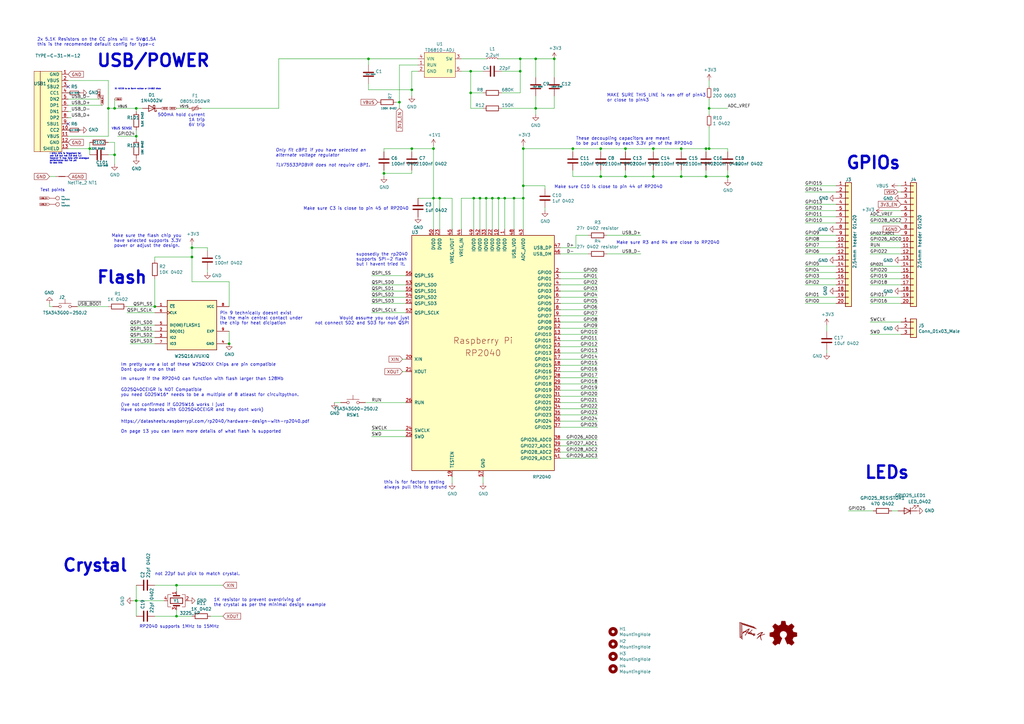
<source format=kicad_sch>
(kicad_sch (version 20211123) (generator eeschema)
  (paper "A3")
  (title_block (title "Raspberry Pi Pico Clone") (date "2020-12-18") (rev "REV1") (company "Envious.Design"))
  (junction (at 151.13 24.13))
  (junction (at 256.54 72.39))
  (junction (at 201.93 81.28))
  (junction (at 44.45 44.45))
  (junction (at 267.97 60.96))
  (junction (at 46.99 44.45))
  (junction (at 298.45 72.39))
  (junction (at 210.82 81.28))
  (junction (at 204.47 81.28))
  (junction (at 227.33 24.13))
  (junction (at 180.34 81.28))
  (junction (at 219.71 24.13))
  (junction (at 72.39 240.03))
  (junction (at 46.99 63.5))
  (junction (at 207.01 81.28))
  (junction (at 256.54 60.96))
  (junction (at 93.98 140.97))
  (junction (at 177.8 60.96))
  (junction (at 194.31 81.28))
  (junction (at 55.88 55.88))
  (junction (at 289.56 72.39))
  (junction (at 177.8 81.28))
  (junction (at 78.74 105.41))
  (junction (at 279.4 72.39))
  (junction (at 196.85 81.28))
  (junction (at 193.04 29.21))
  (junction (at 214.63 60.96))
  (junction (at 157.48 71.12))
  (junction (at 219.71 44.45))
  (junction (at 213.36 24.13))
  (junction (at 246.38 60.96))
  (junction (at 55.88 246.38))
  (junction (at 246.38 72.39))
  (junction (at 163.83 41.91))
  (junction (at 267.97 72.39))
  (junction (at 55.88 44.45))
  (junction (at 290.83 60.96))
  (junction (at 168.91 36.83))
  (junction (at 290.83 44.45))
  (junction (at 214.63 81.28))
  (junction (at 289.56 60.96))
  (junction (at 214.63 76.2))
  (junction (at 168.91 60.96))
  (junction (at 199.39 81.28))
  (junction (at 72.39 252.73))
  (junction (at 213.36 29.21))
  (junction (at 193.04 38.1))
  (junction (at 36.83 60.96))
  (junction (at 279.4 60.96))
  (junction (at 63.5 125.73))
  (junction (at 78.74 101.6))
  (junction (at 234.95 60.96))
  (no_connect (at 27.94 50.8))
  (no_connect (at 27.94 35.56))
  (wire (pts (xy 177.8 81.28) (xy 171.45 81.28)))
  (wire (pts (xy 342.9 86.36) (xy 330.2 86.36)))
  (wire (pts (xy 55.88 55.88) (xy 55.88 57.15)))
  (wire (pts (xy 27.94 43.18) (xy 41.91 43.18)))
  (wire (pts (xy 342.9 76.2) (xy 330.2 76.2)))
  (wire (pts (xy 55.88 246.38) (xy 54.61 246.38)))
  (wire (pts (xy 214.63 81.28) (xy 214.63 93.98)))
  (wire (pts (xy 358.14 209.55) (xy 347.98 209.55)))
  (wire (pts (xy 290.83 60.96) (xy 290.83 52.07)))
  (wire (pts (xy 44.45 55.88) (xy 27.94 55.88)))
  (wire (pts (xy 213.36 24.13) (xy 219.71 24.13)))
  (wire (pts (xy 93.98 125.73) (xy 93.98 115.57)))
  (wire (pts (xy 369.57 91.44) (xy 356.87 91.44)))
  (wire (pts (xy 163.83 41.91) (xy 163.83 26.67)))
  (wire (pts (xy 229.87 121.92) (xy 245.11 121.92)))
  (wire (pts (xy 21.59 125.73) (xy 20.32 125.73)))
  (wire (pts (xy 330.2 109.22) (xy 342.9 109.22)))
  (wire (pts (xy 72.39 240.03) (xy 91.44 240.03)))
  (wire (pts (xy 229.87 187.96) (xy 245.11 187.96)))
  (wire (pts (xy 369.57 78.74) (xy 368.3 78.74)))
  (wire (pts (xy 78.74 105.41) (xy 78.74 115.57)))
  (wire (pts (xy 78.74 115.57) (xy 93.98 115.57)))
  (wire (pts (xy 157.48 71.12) (xy 168.91 71.12)))
  (wire (pts (xy 214.63 60.96) (xy 214.63 76.2)))
  (wire (pts (xy 279.4 62.23) (xy 279.4 60.96)))
  (wire (pts (xy 229.87 167.64) (xy 245.11 167.64)))
  (wire (pts (xy 157.48 71.12) (xy 157.48 72.39)))
  (wire (pts (xy 236.22 96.52) (xy 236.22 101.6)))
  (wire (pts (xy 185.42 195.58) (xy 185.42 198.12)))
  (wire (pts (xy 267.97 60.96) (xy 279.4 60.96)))
  (wire (pts (xy 93.98 140.97) (xy 93.98 135.89)))
  (wire (pts (xy 342.9 88.9) (xy 330.2 88.9)))
  (wire (pts (xy 342.9 96.52) (xy 330.2 96.52)))
  (wire (pts (xy 22.86 72.39) (xy 20.32 72.39)))
  (wire (pts (xy 185.42 93.98) (xy 185.42 81.28)))
  (wire (pts (xy 236.22 96.52) (xy 241.3 96.52)))
  (wire (pts (xy 44.45 44.45) (xy 44.45 55.88)))
  (wire (pts (xy 166.37 179.07) (xy 152.4 179.07)))
  (wire (pts (xy 185.42 81.28) (xy 180.34 81.28)))
  (wire (pts (xy 342.9 99.06) (xy 330.2 99.06)))
  (wire (pts (xy 165.1 147.32) (xy 166.37 147.32)))
  (wire (pts (xy 213.36 38.1) (xy 205.74 38.1)))
  (wire (pts (xy 330.2 91.44) (xy 342.9 91.44)))
  (wire (pts (xy 166.37 128.27) (xy 152.4 128.27)))
  (wire (pts (xy 289.56 60.96) (xy 290.83 60.96)))
  (wire (pts (xy 82.55 44.45) (xy 114.3 44.45)))
  (wire (pts (xy 27.94 40.64) (xy 40.64 40.64)))
  (wire (pts (xy 36.83 60.96) (xy 36.83 58.42)))
  (wire (pts (xy 152.4 121.92) (xy 166.37 121.92)))
  (wire (pts (xy 279.4 60.96) (xy 289.56 60.96)))
  (wire (pts (xy 342.9 83.82) (xy 330.2 83.82)))
  (wire (pts (xy 52.07 125.73) (xy 63.5 125.73)))
  (wire (pts (xy 189.23 29.21) (xy 193.04 29.21)))
  (wire (pts (xy 229.87 104.14) (xy 241.3 104.14)))
  (wire (pts (xy 171.45 29.21) (xy 168.91 29.21)))
  (wire (pts (xy 229.87 147.32) (xy 245.11 147.32)))
  (wire (pts (xy 205.74 29.21) (xy 213.36 29.21)))
  (wire (pts (xy 223.52 85.09) (xy 223.52 86.36)))
  (wire (pts (xy 342.9 121.92) (xy 330.2 121.92)))
  (wire (pts (xy 213.36 24.13) (xy 213.36 29.21)))
  (wire (pts (xy 189.23 81.28) (xy 194.31 81.28)))
  (wire (pts (xy 356.87 137.16) (xy 369.57 137.16)))
  (wire (pts (xy 227.33 24.13) (xy 227.33 31.75)))
  (wire (pts (xy 214.63 76.2) (xy 223.52 76.2)))
  (wire (pts (xy 365.76 209.55) (xy 368.3 209.55)))
  (wire (pts (xy 194.31 93.98) (xy 194.31 81.28)))
  (wire (pts (xy 63.5 114.3) (xy 63.5 125.73)))
  (wire (pts (xy 55.88 252.73) (xy 55.88 246.38)))
  (wire (pts (xy 369.57 99.06) (xy 356.87 99.06)))
  (wire (pts (xy 342.9 124.46) (xy 330.2 124.46)))
  (wire (pts (xy 229.87 139.7) (xy 245.11 139.7)))
  (wire (pts (xy 342.9 111.76) (xy 330.2 111.76)))
  (wire (pts (xy 246.38 72.39) (xy 256.54 72.39)))
  (wire (pts (xy 27.94 60.96) (xy 36.83 60.96)))
  (wire (pts (xy 356.87 101.6) (xy 369.57 101.6)))
  (wire (pts (xy 152.4 116.84) (xy 166.37 116.84)))
  (wire (pts (xy 256.54 69.85) (xy 256.54 72.39)))
  (wire (pts (xy 229.87 162.56) (xy 245.11 162.56)))
  (wire (pts (xy 55.88 44.45) (xy 55.88 45.72)))
  (wire (pts (xy 157.48 69.85) (xy 157.48 71.12)))
  (wire (pts (xy 114.3 44.45) (xy 114.3 24.13)))
  (wire (pts (xy 330.2 104.14) (xy 342.9 104.14)))
  (wire (pts (xy 369.57 114.3) (xy 356.87 114.3)))
  (wire (pts (xy 46.99 58.42) (xy 46.99 63.5)))
  (wire (pts (xy 78.74 100.33) (xy 78.74 101.6)))
  (wire (pts (xy 248.92 96.52) (xy 262.89 96.52)))
  (wire (pts (xy 168.91 29.21) (xy 168.91 36.83)))
  (wire (pts (xy 229.87 129.54) (xy 245.11 129.54)))
  (wire (pts (xy 246.38 62.23) (xy 246.38 60.96)))
  (wire (pts (xy 63.5 106.68) (xy 63.5 105.41)))
  (wire (pts (xy 289.56 60.96) (xy 289.56 62.23)))
  (wire (pts (xy 194.31 81.28) (xy 196.85 81.28)))
  (wire (pts (xy 151.13 24.13) (xy 151.13 26.67)))
  (wire (pts (xy 151.13 36.83) (xy 151.13 34.29)))
  (wire (pts (xy 27.94 45.72) (xy 29.21 45.72)))
  (wire (pts (xy 177.8 60.96) (xy 177.8 81.28)))
  (wire (pts (xy 229.87 134.62) (xy 245.11 134.62)))
  (wire (pts (xy 201.93 93.98) (xy 201.93 81.28)))
  (wire (pts (xy 189.23 93.98) (xy 189.23 81.28)))
  (wire (pts (xy 157.48 60.96) (xy 168.91 60.96)))
  (wire (pts (xy 234.95 60.96) (xy 246.38 60.96)))
  (wire (pts (xy 246.38 60.96) (xy 256.54 60.96)))
  (wire (pts (xy 163.83 41.91) (xy 163.83 44.45)))
  (wire (pts (xy 193.04 44.45) (xy 198.12 44.45)))
  (wire (pts (xy 162.56 41.91) (xy 163.83 41.91)))
  (wire (pts (xy 180.34 81.28) (xy 177.8 81.28)))
  (wire (pts (xy 229.87 111.76) (xy 245.11 111.76)))
  (wire (pts (xy 229.87 182.88) (xy 245.11 182.88)))
  (wire (pts (xy 267.97 62.23) (xy 267.97 60.96)))
  (wire (pts (xy 78.74 101.6) (xy 78.74 105.41)))
  (wire (pts (xy 246.38 72.39) (xy 246.38 69.85)))
  (wire (pts (xy 229.87 144.78) (xy 245.11 144.78)))
  (wire (pts (xy 267.97 72.39) (xy 256.54 72.39)))
  (wire (pts (xy 369.57 111.76) (xy 356.87 111.76)))
  (wire (pts (xy 210.82 93.98) (xy 210.82 81.28)))
  (wire (pts (xy 369.57 109.22) (xy 356.87 109.22)))
  (wire (pts (xy 168.91 60.96) (xy 177.8 60.96)))
  (wire (pts (xy 234.95 69.85) (xy 234.95 72.39)))
  (wire (pts (xy 219.71 24.13) (xy 219.71 31.75)))
  (wire (pts (xy 63.5 240.03) (xy 72.39 240.03)))
  (wire (pts (xy 214.63 60.96) (xy 234.95 60.96)))
  (wire (pts (xy 234.95 62.23) (xy 234.95 60.96)))
  (wire (pts (xy 193.04 38.1) (xy 198.12 38.1)))
  (wire (pts (xy 267.97 69.85) (xy 267.97 72.39)))
  (wire (pts (xy 229.87 124.46) (xy 245.11 124.46)))
  (wire (pts (xy 229.87 154.94) (xy 245.11 154.94)))
  (wire (pts (xy 229.87 132.08) (xy 245.11 132.08)))
  (wire (pts (xy 27.94 48.26) (xy 29.21 48.26)))
  (wire (pts (xy 339.09 133.35) (xy 339.09 135.89)))
  (wire (pts (xy 229.87 185.42) (xy 245.11 185.42)))
  (wire (pts (xy 168.91 36.83) (xy 168.91 39.37)))
  (wire (pts (xy 342.9 114.3) (xy 330.2 114.3)))
  (wire (pts (xy 151.13 36.83) (xy 168.91 36.83)))
  (wire (pts (xy 78.74 252.73) (xy 72.39 252.73)))
  (wire (pts (xy 46.99 44.45) (xy 55.88 44.45)))
  (wire (pts (xy 139.7 165.1) (xy 137.16 165.1)))
  (wire (pts (xy 229.87 149.86) (xy 245.11 149.86)))
  (wire (pts (xy 229.87 114.3) (xy 245.11 114.3)))
  (wire (pts (xy 27.94 33.02) (xy 44.45 33.02)))
  (wire (pts (xy 229.87 180.34) (xy 245.11 180.34)))
  (wire (pts (xy 205.74 44.45) (xy 219.71 44.45)))
  (wire (pts (xy 149.86 165.1) (xy 166.37 165.1)))
  (wire (pts (xy 229.87 152.4) (xy 245.11 152.4)))
  (wire (pts (xy 199.39 81.28) (xy 201.93 81.28)))
  (wire (pts (xy 368.3 76.2) (xy 369.57 76.2)))
  (wire (pts (xy 55.88 53.34) (xy 55.88 55.88)))
  (wire (pts (xy 207.01 81.28) (xy 210.82 81.28)))
  (wire (pts (xy 189.23 24.13) (xy 199.39 24.13)))
  (wire (pts (xy 63.5 133.35) (xy 53.34 133.35)))
  (wire (pts (xy 369.57 116.84) (xy 356.87 116.84)))
  (wire (pts (xy 199.39 93.98) (xy 199.39 81.28)))
  (wire (pts (xy 289.56 69.85) (xy 289.56 72.39)))
  (wire (pts (xy 234.95 72.39) (xy 246.38 72.39)))
  (wire (pts (xy 219.71 44.45) (xy 227.33 44.45)))
  (wire (pts (xy 36.83 60.96) (xy 36.83 63.5)))
  (wire (pts (xy 52.07 128.27) (xy 63.5 128.27)))
  (wire (pts (xy 168.91 62.23) (xy 168.91 60.96)))
  (wire (pts (xy 298.45 73.66) (xy 298.45 72.39)))
  (wire (pts (xy 342.9 101.6) (xy 330.2 101.6)))
  (wire (pts (xy 193.04 29.21) (xy 198.12 29.21)))
  (wire (pts (xy 44.45 44.45) (xy 46.99 44.45)))
  (wire (pts (xy 196.85 81.28) (xy 199.39 81.28)))
  (wire (pts (xy 204.47 24.13) (xy 213.36 24.13)))
  (wire (pts (xy 85.09 102.87) (xy 85.09 101.6)))
  (wire (pts (xy 163.83 26.67) (xy 171.45 26.67)))
  (wire (pts (xy 72.39 252.73) (xy 72.39 250.19)))
  (wire (pts (xy 229.87 142.24) (xy 245.11 142.24)))
  (wire (pts (xy 48.26 55.88) (xy 55.88 55.88)))
  (wire (pts (xy 204.47 81.28) (xy 207.01 81.28)))
  (wire (pts (xy 229.87 119.38) (xy 245.11 119.38)))
  (wire (pts (xy 219.71 24.13) (xy 227.33 24.13)))
  (wire (pts (xy 290.83 60.96) (xy 298.45 60.96)))
  (wire (pts (xy 198.12 195.58) (xy 198.12 198.12)))
  (wire (pts (xy 219.71 46.99) (xy 219.71 44.45)))
  (wire (pts (xy 44.45 125.73) (xy 31.75 125.73)))
  (wire (pts (xy 279.4 69.85) (xy 279.4 72.39)))
  (wire (pts (xy 213.36 29.21) (xy 213.36 38.1)))
  (wire (pts (xy 177.8 81.28) (xy 177.8 93.98)))
  (wire (pts (xy 223.52 77.47) (xy 223.52 76.2)))
  (wire (pts (xy 152.4 124.46) (xy 166.37 124.46)))
  (wire (pts (xy 72.39 252.73) (xy 63.5 252.73)))
  (wire (pts (xy 229.87 137.16) (xy 245.11 137.16)))
  (wire (pts (xy 44.45 58.42) (xy 46.99 58.42)))
  (wire (pts (xy 85.09 110.49) (xy 85.09 111.76)))
  (wire (pts (xy 85.09 101.6) (xy 78.74 101.6)))
  (wire (pts (xy 152.4 119.38) (xy 166.37 119.38)))
  (wire (pts (xy 193.04 29.21) (xy 193.04 38.1)))
  (wire (pts (xy 229.87 116.84) (xy 245.11 116.84)))
  (wire (pts (xy 369.57 124.46) (xy 356.87 124.46)))
  (wire (pts (xy 290.83 44.45) (xy 290.83 46.99)))
  (wire (pts (xy 229.87 170.18) (xy 245.11 170.18)))
  (wire (pts (xy 361.95 86.36) (xy 369.57 86.36)))
  (wire (pts (xy 256.54 62.23) (xy 256.54 60.96)))
  (wire (pts (xy 72.39 44.45) (xy 77.47 44.45)))
  (wire (pts (xy 369.57 88.9) (xy 356.87 88.9)))
  (wire (pts (xy 369.57 96.52) (xy 356.87 96.52)))
  (wire (pts (xy 229.87 175.26) (xy 245.11 175.26)))
  (wire (pts (xy 229.87 157.48) (xy 245.11 157.48)))
  (wire (pts (xy 166.37 113.03) (xy 152.4 113.03)))
  (wire (pts (xy 298.45 60.96) (xy 298.45 62.23)))
  (wire (pts (xy 214.63 59.69) (xy 214.63 60.96)))
  (wire (pts (xy 55.88 246.38) (xy 55.88 240.03)))
  (wire (pts (xy 290.83 33.02) (xy 290.83 35.56)))
  (wire (pts (xy 248.92 104.14) (xy 262.89 104.14)))
  (wire (pts (xy 204.47 93.98) (xy 204.47 81.28)))
  (wire (pts (xy 196.85 93.98) (xy 196.85 81.28)))
  (wire (pts (xy 177.8 59.69) (xy 177.8 60.96)))
  (wire (pts (xy 256.54 60.96) (xy 267.97 60.96)))
  (wire (pts (xy 201.93 81.28) (xy 204.47 81.28)))
  (wire (pts (xy 44.45 33.02) (xy 44.45 44.45)))
  (wire (pts (xy 55.88 246.38) (xy 67.31 246.38)))
  (wire (pts (xy 193.04 38.1) (xy 193.04 44.45)))
  (wire (pts (xy 229.87 160.02) (xy 245.11 160.02)))
  (wire (pts (xy 290.83 40.64) (xy 290.83 44.45)))
  (wire (pts (xy 63.5 138.43) (xy 53.34 138.43)))
  (wire (pts (xy 72.39 242.57) (xy 72.39 240.03)))
  (wire (pts (xy 289.56 72.39) (xy 298.45 72.39)))
  (wire (pts (xy 207.01 81.28) (xy 207.01 93.98)))
  (wire (pts (xy 157.48 62.23) (xy 157.48 60.96)))
  (wire (pts (xy 290.83 44.45) (xy 298.45 44.45)))
  (wire (pts (xy 369.57 121.92) (xy 356.87 121.92)))
  (wire (pts (xy 219.71 39.37) (xy 219.71 44.45)))
  (wire (pts (xy 289.56 72.39) (xy 279.4 72.39)))
  (wire (pts (xy 369.57 132.08) (xy 356.87 132.08)))
  (wire (pts (xy 151.13 24.13) (xy 171.45 24.13)))
  (wire (pts (xy 214.63 76.2) (xy 214.63 81.28)))
  (wire (pts (xy 55.88 44.45) (xy 58.42 44.45)))
  (wire (pts (xy 210.82 81.28) (xy 214.63 81.28)))
  (wire (pts (xy 168.91 71.12) (xy 168.91 69.85)))
  (wire (pts (xy 229.87 127) (xy 245.11 127)))
  (wire (pts (xy 166.37 176.53) (xy 152.4 176.53)))
  (wire (pts (xy 229.87 172.72) (xy 245.11 172.72)))
  (wire (pts (xy 298.45 69.85) (xy 298.45 72.39)))
  (wire (pts (xy 342.9 116.84) (xy 330.2 116.84)))
  (wire (pts (xy 114.3 24.13) (xy 151.13 24.13)))
  (wire (pts (xy 227.33 44.45) (xy 227.33 39.37)))
  (wire (pts (xy 279.4 72.39) (xy 267.97 72.39)))
  (wire (pts (xy 86.36 252.73) (xy 91.44 252.73)))
  (wire (pts (xy 20.32 125.73) (xy 20.32 124.46)))
  (wire (pts (xy 369.57 104.14) (xy 356.87 104.14)))
  (wire (pts (xy 166.37 152.4) (xy 165.1 152.4)))
  (wire (pts (xy 339.09 143.51) (xy 339.09 144.78)))
  (wire (pts (xy 63.5 140.97) (xy 53.34 140.97)))
  (wire (pts (xy 342.9 78.74) (xy 330.2 78.74)))
  (wire (pts (xy 46.99 44.45) (xy 46.99 40.64)))
  (wire (pts (xy 46.99 63.5) (xy 46.99 67.31)))
  (wire (pts (xy 229.87 101.6) (xy 236.22 101.6)))
  (wire (pts (xy 229.87 165.1) (xy 245.11 165.1)))
  (wire (pts (xy 63.5 105.41) (xy 78.74 105.41)))
  (wire (pts (xy 180.34 93.98) (xy 180.34 81.28)))
  (wire (pts (xy 53.34 135.89) (xy 63.5 135.89)))
  (wire (pts (xy 44.45 63.5) (xy 46.99 63.5)))
  (text "GPIOs" (at 346.71 69.85 0) (effects (font (size 5.0038 5.0038) (thickness 1.0008) bold) (justify left bottom)))
  (text "USB/POWER" (at 39.37 27.94 0) (effects (font (size 5.0038 5.0038) (thickness 1.0008) bold) (justify left bottom)))
  (text "GD25Q40CEIGR is NOT Compatible\nyou need GD25W16* needs to be a multiple of 8 atleast for circuitpython.\n\n(Ive not confirmed if GD25W16 works I just \nHave some boards with GD25Q40CEIGR and they dont work)" (at 49.53 168.91 0) (effects (font (size 1.27 1.27)) (justify left bottom)))
  (text "D1 NEEDS to be 0omh resistor or 1N4002 diode" (at 46.99 36.83 0) (effects (font (size 0.508 0.508)) (justify left bottom)))
  (text "https://datasheets.raspberrypi.com/rp2040/hardware-design-with-rp2040.pdf\n\nOn page 13 you can learn more details of what flash is supported\n" (at 49.53 177.8 0) (effects (font (size 1.27 1.27)) (justify left bottom)))
  (text "Only fit cBP1 if you have selected an \nalternate voltage regulator\n\nTLV75533PDBVR does not require cBP1." (at 113.03 68.58 0) (effects (font (size 1.27 1.27) italic) (justify left bottom)))
  (text "Pin 9 technically doesnt exist\nits the main central contact under\nthe chip for heat dicipation" (at 90.17 133.35 0) (effects (font (size 1.27 1.27)) (justify left bottom)))
  (text "Make sure R3 and R4 are close to RP2040" (at 252.73 100.33 0) (effects (font (size 1.27 1.27)) (justify left bottom)))
  (text "this is for factory testing\nalways pull this to ground" (at 157.48 200.66 0) (effects (font (size 1.27 1.27)) (justify left bottom)))
  (text "Im unsure if the RP2040 can function with flash larger than 128Mb" (at 49.53 156.21 0) (effects (font (size 1.27 1.27)) (justify left bottom)))
  (text "Would assume you could just\nnot connect SD2 and SD3 for non QSPI" (at 167.894 133.35 0) (effects (font (size 1.27 1.27)) (justify right bottom)))
  (text "These decoupling capacitors are meant\nto be put close by each 3.3V pin of the RP2040" (at 236.22 59.69 0) (effects (font (size 1.27 1.27)) (justify left bottom)))
  (text "Flash" (at 39.37 116.84 0) (effects (font (size 5.0038 5.0038) (thickness 1.0008) bold) (justify left bottom)))
  (text "Im pretty sure a lot of these W25QXXX Chips are pin compatible\nDont quote me on that" (at 49.53 152.4 0) (effects (font (size 1.27 1.27)) (justify left bottom)))
  (text "not 22pf but pick to match crystal." (at 63.5 236.22 0) (effects (font (size 1.27 1.27)) (justify left bottom)))
  (text "VBUS SENSE" (at 45.72 53.34 0) (effects (font (size 0.9 0.9)) (justify left bottom)))
  (text "2x 5.1K Resistors on the CC pins will = 5V@1.5A\nthis is the recomended default config for type-c" (at 15.24 19.05 0) (effects (font (size 1.27 1.27)) (justify left bottom)))
  (text "suposedly the rp2040\nsupports SPI-2 flash\nbut I havent tried it.\n" (at 146.05 109.22 0) (effects (font (size 1.27 1.27)) (justify left bottom)))
  (text "Test points" (at 16.51 78.74 0) (effects (font (size 1.1938 1.1938)) (justify left bottom)))
  (text "1K resistor to prevent overdriving of \nthe crystal as per the minimal design example" (at 87.63 248.92 0) (effects (font (size 1.27 1.27)) (justify left bottom)))
  (text "LEDs" (at 354.33 196.85 0) (effects (font (size 5.0038 5.0038) (thickness 1.0008) bold) (justify left bottom)))
  (text "RP2040 supports 1MHz to 15MHz" (at 57.15 257.81 0) (effects (font (size 1.27 1.27)) (justify left bottom)))
  (text "I think this is important for \nusb 3.0 but not 2.0 and 1.1\nhowever it may help with analogue\nperformance but ive yet\nto test this" (at 20.32 67.31 0) (effects (font (size 0.6 0.6)) (justify left bottom)))
  (text "Make sure the flash chip you\n have selected supports 3.3V\n power or adjust the design." (at 45.72 101.6 0) (effects (font (size 1.27 1.27)) (justify left bottom)))
  (text "MAKE SURE THIS LINE is ran off of pin43\nor close to pin43" (at 248.92 41.91 0) (effects (font (size 1.27 1.27)) (justify left bottom)))
  (text "Crystal" (at 25.4 234.95 0) (effects (font (size 5.0038 5.0038) (thickness 1.0008) bold) (justify left bottom)))
  (text "500mA hold current\n1A trip\n6V trip" (at 84.074 52.07 180) (effects (font (size 1.27 1.27)) (justify right bottom)))
  (text "Make sure C3 is close to pin 45 of RP2040" (at 167.64 86.36 180) (effects (font (size 1.27 1.27)) (justify right bottom)))
  (text "Make sure C10 is close to pin 44 of RP2040" (at 227.33 77.47 0) (effects (font (size 1.27 1.27)) (justify left bottom)))
  (label "GPIO0" (at 330.2 124.46 0))
  (label "GPIO11" (at 245.11 139.7 180))
  (label "ADC_VREF" (at 356.87 88.9 0))
  (label "GPIO9" (at 245.11 134.62 180))
  (label "GPIO5" (at 330.2 109.22 0))
  (label "GPIO24" (at 48.26 55.88 0))
  (label "GPIO17" (at 356.87 121.92 0))
  (label "GPIO2" (at 330.2 116.84 0))
  (label "GPIO27_ADC1" (at 245.11 182.88 180))
  (label "GPIO26_ADC0" (at 356.87 99.06 0))
  (label "QSPI_SS" (at 152.4 113.03 0))
  (label "GPIO3" (at 245.11 119.38 180))
  (label "QSPI_SD1" (at 53.34 135.89 0))
  (label "GPIO28_ADC2" (at 356.87 91.44 0))
  (label "ADC_VREF" (at 298.45 44.45 0))
  (label "GPIO2" (at 245.11 116.84 180))
  (label "USB_D-" (at 29.21 40.64 0))
  (label "GPIO1" (at 330.2 121.92 0))
  (label "D-" (at 232.41 104.14 0))
  (label "GPIO6" (at 245.11 127 180))
  (label "GPIO16" (at 356.87 124.46 0))
  (label "GPIO7" (at 330.2 101.6 0))
  (label "GPIO15" (at 330.2 76.2 0))
  (label "GPIO28_ADC2" (at 245.11 185.42 180))
  (label "QSPI_SD3" (at 152.4 124.46 0))
  (label "GPIO8" (at 245.11 132.08 180))
  (label "GPIO13" (at 330.2 83.82 0))
  (label "SWCLK" (at 152.4 176.53 0))
  (label "~{USB_BOOT}" (at 31.75 125.73 0))
  (label "GPIO26_ADC0" (at 245.11 180.34 180))
  (label "VBUS" (at 48.26 44.45 0) (effects (font (size 0.9906 0.9906))))
  (label "GPIO0" (at 245.11 111.76 180))
  (label "GPIO9" (at 330.2 96.52 0))
  (label "VSYS" (at 73.66 44.45 0) (effects (font (size 0.9906 0.9906))))
  (label "GPIO20" (at 245.11 162.56 180))
  (label "GPIO6" (at 330.2 104.14 0))
  (label "GPIO14" (at 245.11 147.32 180))
  (label "GPIO22" (at 356.87 104.14 0))
  (label "USB_D-" (at 29.21 45.72 0))
  (label "SWD" (at 356.87 137.16 0))
  (label "QSPI_SD0" (at 53.34 133.35 0))
  (label "GPIO19" (at 356.87 114.3 0))
  (label "GPIO18" (at 356.87 116.84 0))
  (label "GPIO4" (at 330.2 111.76 0))
  (label "USB_D-" (at 262.89 104.14 180))
  (label "GPIO7" (at 245.11 129.54 180))
  (label "GPIO17" (at 245.11 154.94 180))
  (label "QSPI_SS" (at 54.61 125.73 0))
  (label "GPIO22" (at 245.11 167.64 180))
  (label "RUN" (at 152.4 165.1 0))
  (label "QSPI_SD0" (at 152.4 116.84 0))
  (label "USB_D+" (at 29.21 43.18 0))
  (label "SWD" (at 152.4 179.07 0))
  (label "GPIO10" (at 330.2 91.44 0))
  (label "GPIO23" (at 245.11 170.18 180))
  (label "GPIO15" (at 245.11 149.86 180))
  (label "QSPI_SCLK" (at 52.07 128.27 0))
  (label "GPIO25" (at 347.98 209.55 0))
  (label "USB_D+" (at 29.21 48.26 0))
  (label "RUN" (at 356.87 101.6 0))
  (label "GPIO13" (at 245.11 144.78 180))
  (label "SWCLK" (at 356.87 132.08 0))
  (label "GPIO19" (at 245.11 160.02 180))
  (label "GPIO10" (at 245.11 137.16 180))
  (label "USB_D+" (at 262.89 96.52 180))
  (label "QSPI_SD3" (at 53.34 140.97 0))
  (label "GPIO27_ADC1" (at 356.87 96.52 0) (effects (font (size 0.9906 0.9906))))
  (label "GPIO12" (at 330.2 86.36 0))
  (label "GPIO8" (at 330.2 99.06 0))
  (label "GPIO14" (at 330.2 78.74 0))
  (label "QSPI_SD1" (at 152.4 119.38 0))
  (label "QSPI_SCLK" (at 152.4 128.27 0))
  (label "GPIO16" (at 245.11 152.4 180))
  (label "GPIO29_ADC3" (at 245.11 187.96 180))
  (label "D+" (at 232.41 101.6 0))
  (label "GPIO11" (at 330.2 88.9 0))
  (label "GPIO18" (at 245.11 157.48 180))
  (label "QSPI_SD2" (at 152.4 121.92 0))
  (label "QSPI_SD2" (at 53.34 138.43 0))
  (label "GPIO12" (at 245.11 142.24 180))
  (label "GPIO5" (at 245.11 124.46 180))
  (label "GPIO21" (at 356.87 109.22 0) (effects (font (size 0.9906 0.9906))))
  (label "GPIO20" (at 356.87 111.76 0))
  (label "GPIO1" (at 245.11 114.3 180))
  (label "GPIO21" (at 245.11 165.1 180))
  (label "GPIO24" (at 245.11 172.72 180))
  (label "GPIO3" (at 330.2 114.3 0))
  (label "GPIO25" (at 245.11 175.26 180))
  (label "GPIO4" (at 245.11 121.92 180))
  (global_label "USB_D+" (shape input) (at 20.32 81.28 180) (effects (font (size 0.508 0.508))) (property "Intersheet References" "${INTERSHEET_REFS}" (effects hide)))
  (global_label "VBUS" (shape input) (at 154.94 41.91 180) (effects (font (size 1.1938 1.1938))) (property "Intersheet References" "${INTERSHEET_REFS}" (effects hide)))
  (global_label "GND" (shape input) (at 27.94 58.42 0) (property "Intersheet References" "${INTERSHEET_REFS}" (effects hide)))
  (global_label "XIN" (shape input) (at 165.1 147.32 180) (property "Intersheet References" "${INTERSHEET_REFS}" (effects hide)))
  (global_label "3V3_EN" (shape input) (at 163.83 44.45 270) (property "Intersheet References" "${INTERSHEET_REFS}" (effects hide)))
  (global_label "AGND" (shape input) (at 369.57 93.98 180) (property "Intersheet References" "${INTERSHEET_REFS}" (effects hide)))
  (global_label "GND" (shape input) (at 27.94 30.48 0) (property "Intersheet References" "${INTERSHEET_REFS}" (effects hide)))
  (global_label "GND" (shape input) (at 20.32 72.39 180) (property "Intersheet References" "${INTERSHEET_REFS}" (effects hide)))
  (global_label "USB_D-" (shape input) (at 20.32 83.82 180) (effects (font (size 0.508 0.508))) (property "Intersheet References" "${INTERSHEET_REFS}" (effects hide)))
  (global_label "VSYS" (shape input) (at 66.04 44.45 0) (effects (font (size 0.508 0.508))) (property "Intersheet References" "${INTERSHEET_REFS}" (effects hide)))
  (global_label "AGND" (shape input) (at 27.94 72.39 0) (property "Intersheet References" "${INTERSHEET_REFS}" (effects hide)))
  (global_label "VSYS" (shape input) (at 72.39 44.45 180) (effects (font (size 0.508 0.508))) (property "Intersheet References" "${INTERSHEET_REFS}" (effects hide)))
  (global_label "XIN" (shape input) (at 91.44 240.03 0) (property "Intersheet References" "${INTERSHEET_REFS}" (effects hide)))
  (global_label "USB_D+" (shape input) (at 41.91 43.18 90) (effects (font (size 0.508 0.508))) (property "Intersheet References" "${INTERSHEET_REFS}" (effects hide)))
  (global_label "USB_D-" (shape input) (at 40.64 40.64 90) (effects (font (size 0.508 0.508))) (property "Intersheet References" "${INTERSHEET_REFS}" (effects hide)))
  (global_label "3V3_EN" (shape input) (at 369.57 83.82 180) (property "Intersheet References" "${INTERSHEET_REFS}" (effects hide)))
  (global_label "XOUT" (shape input) (at 91.44 252.73 0) (property "Intersheet References" "${INTERSHEET_REFS}" (effects hide)))
  (global_label "VBUS" (shape input) (at 46.99 40.64 0) (effects (font (size 0.508 0.508))) (property "Intersheet References" "${INTERSHEET_REFS}" (effects hide)))
  (global_label "XOUT" (shape input) (at 165.1 152.4 180) (property "Intersheet References" "${INTERSHEET_REFS}" (effects hide)))
  (global_label "VSYS" (shape input) (at 368.3 78.74 180) (effects (font (size 0.9906 0.9906))) (property "Intersheet References" "${INTERSHEET_REFS}" (effects hide)))
  (symbol (lib_id "MCU_RaspberryPi_RP2040:RP2040") (at 198.12 144.78 0) (unit 1)
    (property "Reference" "U3" (at 170.18 95.25 0))
    (property "Value" "RP2040" (at 222.25 195.58 0))
    (property "Footprint" "RP2040_minimal:RP2040-QFN-56" (effects hide))
    (property "LCSC" " C2040" (effects hide))
  )
  (symbol (lib_id "Device:C") (at 59.69 240.03 90) (unit 1)
    (property "Reference" "C2" (at 58.5216 237.109 0) (effects (justify left)))
    (property "Value" "22pf 0402" (at 60.833 237.109 0) (effects (justify left)))
    (property "Footprint" "Capacitor_SMD:C_0402_1005Metric" (effects hide))
    (property "LCSC" " " (effects hide))
  )
  (symbol (lib_id "power:+3V3") (at 78.74 100.33 0) (unit 1)
    (property "Reference" "#PWR07" (effects hide))
    (property "Value" "+3V3" (at 79.121 95.9358 0))
  )
  (symbol (lib_id "Device:R") (at 63.5 110.49 0) (unit 1)
    (property "Reference" "R2" (at 65.278 109.3216 0) (effects (justify left)))
    (property "Value" "10K 0402" (at 65.278 111.633 0) (effects (justify left)))
    (property "Footprint" "Resistor_SMD:R_0402_1005Metric" (effects hide))
    (property "LCSC" "  " (effects hide))
  )
  (symbol (lib_id "Device:R") (at 48.26 125.73 270) (unit 1)
    (property "Reference" "R1" (at 48.26 120.4722 90))
    (property "Value" "1K 0402" (at 48.26 122.7836 90))
    (property "Footprint" "Resistor_SMD:R_0402_1005Metric" (effects hide))
    (property "LCSC" " " (effects hide))
  )
  (symbol (lib_id "Device:C") (at 85.09 106.68 0) (unit 1)
    (property "Reference" "C5" (at 88.011 105.5116 0) (effects (justify left)))
    (property "Value" "100nf 0402" (at 88.011 107.823 0) (effects (justify left)))
    (property "Footprint" "Capacitor_SMD:C_0402_1005Metric" (effects hide))
    (property "LCSC" " " (effects hide))
  )
  (symbol (lib_id "power:GND") (at 85.09 111.76 0) (unit 1)
    (property "Reference" "#PWR011" (effects hide))
    (property "Value" "GND" (at 88.9 113.03 0))
  )
  (symbol (lib_id "Type-C:HRO-TYPE-C-31-M-12") (at 25.4 44.45 0) (unit 1)
    (property "Reference" "USB1" (at 19.05 34.29 0) (effects (justify right)))
    (property "Value" "TYPE-C-31-M-12" (at 33.02 22.86 0) (effects (justify right)))
    (property "Footprint" "HRO-TYPE-C31-M-12:HRO-TYPE-C-31-M-12" (effects hide))
    (property "LCSC" "C165948" (effects hide))
  )
  (symbol (lib_id "power:GND") (at 198.12 198.12 0) (unit 1)
    (property "Reference" "#PWR016" (effects hide))
    (property "Value" "GND" (at 198.247 202.5142 0))
  )
  (symbol (lib_id "power:GND") (at 185.42 198.12 0) (unit 1)
    (property "Reference" "#PWR015" (effects hide))
    (property "Value" "GND" (at 185.547 202.5142 0))
  )
  (symbol (lib_id "Device:R") (at 245.11 96.52 270) (unit 1)
    (property "Reference" "R3" (at 245.11 91.2622 90))
    (property "Value" "27r 0402 resistor" (at 245.11 93.5736 90))
    (property "Footprint" "Resistor_SMD:R_0402_1005Metric" (effects hide))
    (property "LCSC" " " (effects hide))
  )
  (symbol (lib_id "Device:R") (at 245.11 104.14 270) (unit 1)
    (property "Reference" "R4" (at 245.11 98.8822 90))
    (property "Value" "27r 0402 resistor" (at 245.11 101.1936 90))
    (property "Footprint" "Resistor_SMD:R_0402_1005Metric" (effects hide))
    (property "LCSC" " " (effects hide))
  )
  (symbol (lib_id "power:GND") (at 342.9 119.38 270) (mirror x) (unit 1)
    (property "Reference" "#PWR020" (effects hide))
    (property "Value" "GND" (at 338.5058 119.253 0))
  )
  (symbol (lib_id "power:+3V3") (at 214.63 59.69 0) (unit 1)
    (property "Reference" "#PWR017" (effects hide))
    (property "Value" "+3V3" (at 215.011 55.2958 0))
  )
  (symbol (lib_id "power:+1V1") (at 177.8 59.69 0) (unit 1)
    (property "Reference" "#PWR014" (effects hide))
    (property "Value" "+1V1" (at 178.181 55.2958 0))
  )
  (symbol (lib_id "Device:C") (at 234.95 66.04 0) (unit 1)
    (property "Reference" "C11" (at 237.871 64.8716 0) (effects (justify left)))
    (property "Value" "100nf 0402" (at 237.871 67.183 0) (effects (justify left)))
    (property "Footprint" "Capacitor_SMD:C_0402_1005Metric" (effects hide))
    (property "LCSC" " " (effects hide))
  )
  (symbol (lib_id "Device:C") (at 157.48 66.04 0) (unit 1)
    (property "Reference" "C6" (at 160.401 64.8716 0) (effects (justify left)))
    (property "Value" "100nf 0402" (at 160.401 67.183 0) (effects (justify left)))
    (property "Footprint" "Capacitor_SMD:C_0402_1005Metric" (effects hide))
    (property "LCSC" " " (effects hide))
  )
  (symbol (lib_id "Device:C") (at 168.91 66.04 0) (unit 1)
    (property "Reference" "C7" (at 171.831 64.8716 0) (effects (justify left)))
    (property "Value" "100nf 0402" (at 171.831 67.183 0) (effects (justify left)))
    (property "Footprint" "Capacitor_SMD:C_0402_1005Metric" (effects hide))
    (property "LCSC" " " (effects hide))
  )
  (symbol (lib_id "Device:C") (at 223.52 81.28 0) (unit 1)
    (property "Reference" "C10" (at 226.441 80.1116 0) (effects (justify left)))
    (property "Value" "1uf 0402" (at 226.441 82.423 0) (effects (justify left)))
    (property "Footprint" "Capacitor_SMD:C_0402_1005Metric" (effects hide))
    (property "LCSC" " " (effects hide))
  )
  (symbol (lib_id "Mechanical:MountingHole") (at 251.46 259.08 0) (unit 1)
    (property "Reference" "H1" (at 254 257.9116 0) (effects (justify left)))
    (property "Value" "MountingHole" (at 254 260.223 0) (effects (justify left)))
    (property "Footprint" "MountingHole:MountingHole_2.1mm" (effects hide))
    (property "LCSC" " " (effects hide))
  )
  (symbol (lib_id "Mechanical:MountingHole") (at 251.46 264.16 0) (unit 1)
    (property "Reference" "H2" (at 254 262.9916 0) (effects (justify left)))
    (property "Value" "MountingHole" (at 254 265.303 0) (effects (justify left)))
    (property "Footprint" "MountingHole:MountingHole_2.1mm" (effects hide))
    (property "LCSC" " " (effects hide))
  )
  (symbol (lib_id "Mechanical:MountingHole") (at 251.46 269.24 0) (unit 1)
    (property "Reference" "H3" (at 254 268.0716 0) (effects (justify left)))
    (property "Value" "MountingHole" (at 254 270.383 0) (effects (justify left)))
    (property "Footprint" "MountingHole:MountingHole_2.1mm" (effects hide))
    (property "LCSC" " " (effects hide))
  )
  (symbol (lib_id "Mechanical:MountingHole") (at 251.46 274.32 0) (unit 1)
    (property "Reference" "H4" (at 254 273.1516 0) (effects (justify left)))
    (property "Value" "MountingHole" (at 254 275.463 0) (effects (justify left)))
    (property "Footprint" "MountingHole:MountingHole_2.1mm" (effects hide))
    (property "LCSC" " " (effects hide))
  )
  (symbol (lib_id "power:GND") (at 157.48 72.39 0) (unit 1)
    (property "Reference" "#PWR012" (effects hide))
    (property "Value" "GND" (at 157.607 76.7842 0))
  )
  (symbol (lib_id "power:GND") (at 223.52 86.36 0) (unit 1)
    (property "Reference" "#PWR018" (effects hide))
    (property "Value" "GND" (at 223.647 90.7542 0))
  )
  (symbol (lib_id "power:VBUS") (at 368.3 76.2 90) (unit 1)
    (property "Reference" "#PWR03" (effects hide))
    (property "Value" "VBUS" (at 361.95 76.2 90))
  )
  (symbol (lib_id "power:+3V3") (at 339.09 133.35 0) (unit 1)
    (property "Reference" "#PWR024" (effects hide))
    (property "Value" "+3V3" (at 339.471 128.9558 0))
  )
  (symbol (lib_id "Device:C") (at 339.09 139.7 0) (unit 1)
    (property "Reference" "C17" (at 342.011 138.5316 0) (effects (justify left)))
    (property "Value" "10uf 0402" (at 342.011 140.843 0) (effects (justify left)))
    (property "Footprint" "Capacitor_SMD:C_0603_1608Metric" (effects hide))
    (property "LCSC" " " (effects hide))
  )
  (symbol (lib_id "power:GND") (at 339.09 144.78 0) (unit 1)
    (property "Reference" "#PWR025" (effects hide))
    (property "Value" "GND" (at 335.28 146.05 0))
  )
  (symbol (lib_id "Switch:SW_Push") (at 26.67 125.73 0) (mirror y) (unit 1)
    (property "Reference" "J2" (at 25.4 121.92 0))
    (property "Value" "TSA343G00-250J2" (at 26.67 128.27 0))
    (property "Footprint" "Button_Switch_SMD:SW_Push_SPST_NO_Alps_SKRK" (effects hide))
    (property "LCSC" " " (effects hide))
  )
  (symbol (lib_id "power:GND") (at 20.32 124.46 180) (unit 1)
    (property "Reference" "#PWR02" (effects hide))
    (property "Value" "GND" (at 20.193 120.0658 0))
  )
  (symbol (lib_id "Connector_Generic:Conn_01x20") (at 374.65 99.06 0) (unit 1)
    (property "Reference" "J4" (at 374.65 73.66 0))
    (property "Value" "2.54mm header 01x20" (at 377.19 99.06 90))
    (property "Footprint" "Connector_PinHeader_2.54mm:PinHeader_1x20_P2.54mm_Vertical" (effects hide))
    (property "LCSC" " " (effects hide))
  )
  (symbol (lib_id "Connector_Generic:Conn_01x20") (at 347.98 99.06 0) (unit 1)
    (property "Reference" "J3" (at 347.98 73.66 0))
    (property "Value" "2.54mm header 01x20" (at 350.52 99.06 90))
    (property "Footprint" "Connector_PinHeader_2.54mm:PinHeader_1x20_P2.54mm_Vertical" (effects hide))
    (property "LCSC" " " (effects hide))
  )
  (symbol (lib_id "logo:LOGO") (at 308.61 259.08 0) (unit 1)
    (property "Reference" "#G1" (effects hide))
    (property "Value" "LOGO" (effects hide))
    (property "Footprint" "EnvExtras:logo" (effects hide))
  )
  (symbol (lib_id "power:GND") (at 171.45 88.9 0) (unit 1)
    (property "Reference" "#PWR06" (effects hide))
    (property "Value" "GND" (at 171.577 93.2942 0))
  )
  (symbol (lib_id "Device:C") (at 171.45 85.09 0) (unit 1)
    (property "Reference" "C3" (at 174.371 83.9216 0) (effects (justify left)))
    (property "Value" "1uf 0402" (at 174.371 86.233 0) (effects (justify left)))
    (property "Footprint" "Capacitor_SMD:C_0402_1005Metric" (effects hide))
    (property "LCSC" " " (effects hide))
  )
  (symbol (lib_id "Graphic:Logo_Open_Hardware_Small") (at 321.31 260.35 0) (unit 1)
    (property "Reference" "#LOGO1" (effects hide))
    (property "Value" "Logo_Open_Hardware_Small" (effects hide))
    (property "Footprint" "EnvExtras:logo" (effects hide))
  )
  (symbol (lib_id "power:GND") (at 93.98 140.97 0) (unit 1)
    (property "Reference" "#PWR0101" (effects hide))
    (property "Value" "GND" (at 94.107 145.3642 0))
  )
  (symbol (lib_id "Device:C") (at 246.38 66.04 0) (unit 1)
    (property "Reference" "C8" (at 249.301 64.8716 0) (effects (justify left)))
    (property "Value" "100nf 0402" (at 249.301 67.183 0) (effects (justify left)))
    (property "Footprint" "Capacitor_SMD:C_0402_1005Metric" (effects hide))
    (property "LCSC" " " (effects hide))
  )
  (symbol (lib_id "W25Q256JVEIQ_TR:W25Q256JVEIQ_TR") (at 78.74 133.35 0) (unit 1)
    (property "Reference" "FLASH1" (at 78.74 133.35 0))
    (property "Value" "W25Q16JVUXIQ" (at 78.74 146.05 0))
    (property "Footprint" "Package_SO:SOIC-8_5.23x5.23mm_P1.27mm" (effects hide))
    (property "LCSC" "  " (effects hide))
  )
  (symbol (lib_id "Device:C") (at 279.4 66.04 0) (unit 1)
    (property "Reference" "C15" (at 282.321 64.8716 0) (effects (justify left)))
    (property "Value" "100nf 0402" (at 282.321 67.183 0) (effects (justify left)))
    (property "Footprint" "Capacitor_SMD:C_0402_1005Metric" (effects hide))
    (property "LCSC" " " (effects hide))
  )
  (symbol (lib_id "Device:C") (at 267.97 66.04 0) (unit 1)
    (property "Reference" "C14" (at 270.891 64.8716 0) (effects (justify left)))
    (property "Value" "100nf 0402" (at 270.891 67.183 0) (effects (justify left)))
    (property "Footprint" "Capacitor_SMD:C_0402_1005Metric" (effects hide))
    (property "LCSC" " " (effects hide))
  )
  (symbol (lib_id "Device:C") (at 256.54 66.04 0) (unit 1)
    (property "Reference" "C13" (at 259.461 64.8716 0) (effects (justify left)))
    (property "Value" "100nf 0402" (at 259.461 67.183 0) (effects (justify left)))
    (property "Footprint" "Capacitor_SMD:C_0402_1005Metric" (effects hide))
    (property "LCSC" " " (effects hide))
  )
  (symbol (lib_id "power:GND") (at 298.45 73.66 0) (unit 1)
    (property "Reference" "#PWR08" (effects hide))
    (property "Value" "GND" (at 298.577 78.0542 0))
  )
  (symbol (lib_id "Device:R_Small") (at 30.48 53.34 270) (unit 1)
    (property "Reference" "R6" (at 30.48 50.8 90))
    (property "Value" "5.1K 0402" (at 30.48 53.34 90) (effects (font (size 0.508 0.508))))
    (property "Footprint" "Resistor_SMD:R_0402_1005Metric" (effects hide))
    (property "LCSC" " " (effects hide))
  )
  (symbol (lib_id "Device:R_Small") (at 30.48 38.1 270) (unit 1)
    (property "Reference" "R5" (at 30.48 35.56 90))
    (property "Value" "5.1K 0402" (at 30.48 38.1 90) (effects (font (size 0.508 0.508))))
    (property "Footprint" "Resistor_SMD:R_0402_1005Metric" (effects hide))
    (property "LCSC" " " (effects hide))
  )
  (symbol (lib_id "power:GND") (at 33.02 38.1 90) (unit 1)
    (property "Reference" "#PWR0108" (effects hide))
    (property "Value" "GND" (at 36.2712 37.973 90) (effects (justify right)))
  )
  (symbol (lib_id "power:GND") (at 33.02 53.34 90) (unit 1)
    (property "Reference" "#PWR0109" (effects hide))
    (property "Value" "GND" (at 36.2712 53.213 90) (effects (justify right)))
  )
  (symbol (lib_id "power:GND") (at 54.61 246.38 270) (unit 1)
    (property "Reference" "#PWR0107" (effects hide))
    (property "Value" "GND" (at 50.2158 246.507 0))
  )
  (symbol (lib_id "power:GND") (at 342.9 81.28 270) (unit 1)
    (property "Reference" "#PWR0102" (effects hide))
    (property "Value" "GND" (at 337.82 81.28 90))
  )
  (symbol (lib_id "power:GND") (at 342.9 93.98 270) (unit 1)
    (property "Reference" "#PWR0103" (effects hide))
    (property "Value" "GND" (at 339.6488 94.107 90) (effects (justify right)))
  )
  (symbol (lib_id "power:GND") (at 342.9 106.68 270) (unit 1)
    (property "Reference" "#PWR0104" (effects hide))
    (property "Value" "GND" (at 339.6488 106.807 90) (effects (justify right)))
  )
  (symbol (lib_id "power:+3V3") (at 361.95 86.36 90) (unit 1)
    (property "Reference" "#PWR029" (effects hide))
    (property "Value" "+3V3" (at 358.6988 85.979 90) (effects (justify left)))
  )
  (symbol (lib_id "power:GND") (at 369.57 106.68 270) (unit 1)
    (property "Reference" "#PWR031" (effects hide))
    (property "Value" "GND" (at 366.3188 106.807 90) (effects (justify right)))
  )
  (symbol (lib_id "power:GND") (at 369.57 119.38 270) (unit 1)
    (property "Reference" "#PWR032" (effects hide))
    (property "Value" "GND" (at 366.3188 119.507 90) (effects (justify right)))
  )
  (symbol (lib_id "Device:R") (at 361.95 209.55 270) (unit 1)
    (property "Reference" "GPIO25_RESISTOR1" (at 361.95 204.2922 90))
    (property "Value" "470 0402" (at 361.95 206.6036 90))
    (property "Footprint" "Resistor_SMD:R_0402_1005Metric" (effects hide))
    (property "LCSC" " " (effects hide))
  )
  (symbol (lib_id "Device:LED") (at 372.11 209.55 180) (unit 1)
    (property "Reference" "GPIO25_LED1" (at 373.38 203.2 0))
    (property "Value" "LED_0402" (at 377.19 205.74 0))
    (property "Footprint" "LED_SMD:LED_0402_1005Metric" (effects hide))
    (property "LCSC" " " (effects hide))
  )
  (symbol (lib_id "power:GND") (at 375.92 209.55 90) (unit 1)
    (property "Reference" "#PWR033" (effects hide))
    (property "Value" "GND" (at 379.1712 209.423 90) (effects (justify right)))
  )
  (symbol (lib_id "Connector_Generic:Conn_01x03") (at 374.65 134.62 0) (unit 1)
    (property "Reference" "J5" (at 376.682 133.5532 0) (effects (justify left)))
    (property "Value" "Conn_01x03_Male" (at 376.682 135.8646 0) (effects (justify left)))
    (property "Footprint" "Connector_PinHeader_2.54mm:PinHeader_1x03_P2.54mm_Vertical" (effects hide))
    (property "LCSC" " " (effects hide))
  )
  (symbol (lib_id "power:GND") (at 369.57 134.62 270) (unit 1)
    (property "Reference" "#PWR034" (effects hide))
    (property "Value" "GND" (at 366.3188 134.747 90) (effects (justify right)))
  )
  (symbol (lib_id "Connector:TestPoint") (at 20.32 81.28 270) (unit 1)
    (property "Reference" "TP1" (at 25.0952 80.7212 90) (effects (font (size 0.508 0.508)) (justify left)))
    (property "Value" "TestPoint" (at 25.0952 81.8134 90) (effects (font (size 0.508 0.508)) (justify left)))
    (property "Footprint" "EnvExtras:CustomTestPoint" (effects hide))
    (property "LCSC" " " (effects hide))
  )
  (symbol (lib_id "Connector:TestPoint") (at 20.32 83.82 270) (unit 1)
    (property "Reference" "TP2" (at 25.0952 83.2612 90) (effects (font (size 0.508 0.508)) (justify left)))
    (property "Value" "TestPoint" (at 25.0952 84.3534 90) (effects (font (size 0.508 0.508)) (justify left)))
    (property "Footprint" "EnvExtras:CustomTestPoint" (effects hide))
    (property "LCSC" " " (effects hide))
  )
  (symbol (lib_id "Device:R_Small") (at 290.83 49.53 0) (unit 1)
    (property "Reference" "R10" (at 292.3286 48.3616 0) (effects (justify left)))
    (property "Value" "1 0402" (at 292.3286 50.673 0) (effects (justify left)))
    (property "Footprint" "Resistor_SMD:R_0402_1005Metric" (effects hide))
    (property "LCSC" " " (effects hide))
  )
  (symbol (lib_id "Device:R_Small") (at 290.83 38.1 0) (unit 1)
    (property "Reference" "R9" (at 292.3286 36.9316 0) (effects (justify left)))
    (property "Value" "200 0603" (at 292.3286 39.243 0) (effects (justify left)))
    (property "Footprint" "Resistor_SMD:R_0603_1608Metric" (effects hide))
    (property "LCSC" " " (effects hide))
  )
  (symbol (lib_id "power:+3.3V") (at 290.83 33.02 0) (unit 1)
    (property "Reference" "#PWR013" (effects hide))
    (property "Value" "+3.3V" (at 291.211 28.6258 0))
  )
  (symbol (lib_id "Device:D_Schottky") (at 62.23 44.45 180) (unit 1)
    (property "Reference" "D1" (at 62.23 38.9382 0))
    (property "Value" "1N4002W" (at 62.23 41.2496 0))
    (property "Footprint" "Diode_SMD:D_SOD-123" (effects hide))
    (property "LCSC" " " (effects hide))
  )
  (symbol (lib_id "Device:C") (at 289.56 66.04 0) (unit 1)
    (property "Reference" "C16" (at 292.481 64.8716 0) (effects (justify left)))
    (property "Value" "100nf 0402" (at 292.481 67.183 0) (effects (justify left)))
    (property "Footprint" "Capacitor_SMD:C_0402_1005Metric" (effects hide))
    (property "LCSC" " " (effects hide))
  )
  (symbol (lib_id "Device:C") (at 298.45 66.04 0) (unit 1)
    (property "Reference" "C18" (at 301.371 64.8716 0) (effects (justify left)))
    (property "Value" "100nf 0402" (at 301.371 67.183 0) (effects (justify left)))
    (property "Footprint" "Capacitor_SMD:C_0402_1005Metric" (effects hide))
    (property "LCSC" " " (effects hide))
  )
  (symbol (lib_id "power:GND") (at 77.47 246.38 90) (unit 1)
    (property "Reference" "#PWR0105" (effects hide))
    (property "Value" "GND" (at 80.7212 246.253 90) (effects (justify right)))
  )
  (symbol (lib_id "Device:Crystal_GND24") (at 72.39 246.38 270) (unit 1)
    (property "Reference" "Y1" (at 71.12 246.38 90) (effects (justify left)))
    (property "Value" "3225_4P" (at 73.66 251.46 90) (effects (justify left)))
    (property "Footprint" "Crystal:Crystal_SMD_3225-4Pin_3.2x2.5mm" (effects hide))
    (property "LCSC" " " (effects hide))
  )
  (symbol (lib_id "Device:C") (at 59.69 252.73 90) (unit 1)
    (property "Reference" "C19" (at 58.5216 249.809 0) (effects (justify left)))
    (property "Value" "22pf 0402" (at 62.23 251.46 0) (effects (justify left)))
    (property "Footprint" "Capacitor_SMD:C_0402_1005Metric" (effects hide))
    (property "LCSC" " " (effects hide))
  )
  (symbol (lib_id "power:GND") (at 137.16 165.1 0) (unit 1)
    (property "Reference" "#PWR0106" (effects hide))
    (property "Value" "GND" (at 137.287 169.4942 0))
  )
  (symbol (lib_id "Switch:SW_Push") (at 144.78 165.1 0) (unit 1)
    (property "Reference" "RSW1" (at 144.78 170.18 0))
    (property "Value" "TSA343G00-250J2" (at 146.05 167.64 0))
    (property "Footprint" "Button_Switch_SMD:SW_Push_SPST_NO_Alps_SKRK" (effects hide))
  )
  (symbol (lib_id "power:GND") (at 369.57 81.28 270) (unit 1)
    (property "Reference" "#PWR0111" (effects hide))
    (property "Value" "GND" (at 366.3188 81.407 90) (effects (justify right)))
  )
  (symbol (lib_id "Device:R") (at 82.55 252.73 270) (unit 1)
    (property "Reference" "R11" (at 82.55 247.4722 90))
    (property "Value" "1K 0402" (at 82.55 249.7836 90))
    (property "Footprint" "Resistor_SMD:R_0402_1005Metric" (effects hide))
    (property "LCSC" " " (effects hide))
  )
  (symbol (lib_id "Device:Polyfuse_Small") (at 80.01 44.45 270) (unit 1)
    (property "Reference" "F1" (at 80.01 39.243 90))
    (property "Value" "0805L050WR" (at 80.01 41.5544 90))
    (property "Footprint" "Fuse:Fuse_0805_2012Metric" (effects hide))
  )
  (symbol (lib_id "Device:R") (at 201.93 44.45 270) (unit 1)
    (property "Reference" "R12" (at 196.85 43.18 90))
    (property "Value" "150K" (at 208.28 43.18 90))
    (property "Footprint" "Resistor_SMD:R_0402_1005Metric" (effects hide))
    (property "LCSC" " " (effects hide))
  )
  (symbol (lib_id "Device:NetTie_2") (at 25.4 72.39 0) (unit 1)
    (property "Reference" "NT1" (at 38.1 74.93 0))
    (property "Value" "NetTie_2" (at 31.75 74.93 0))
    (property "Footprint" "NetTie:NetTie-2_SMD_Pad0.5mm" (effects hide))
  )
  (symbol (lib_id "power:GND") (at 46.99 67.31 0) (unit 1)
    (property "Reference" "#PWR0120" (effects hide))
    (property "Value" "GND" (at 47.117 71.7042 0))
  )
  (symbol (lib_id "Device:R") (at 201.93 38.1 270) (unit 1)
    (property "Reference" "R8" (at 196.85 36.83 90))
    (property "Value" "680K" (at 208.28 36.83 90))
    (property "Footprint" "Resistor_SMD:R_0402_1005Metric" (effects hide))
    (property "LCSC" " " (effects hide))
  )
  (symbol (lib_id "Device:C") (at 219.71 35.56 0) (unit 1)
    (property "Reference" "C9" (at 222.631 34.3916 0) (effects (justify left)))
    (property "Value" "10uf 0603" (at 218.44 35.56 0) (effects (font (size 0.508 0.508)) (justify left)))
    (property "Footprint" "Capacitor_SMD:C_0603_1608Metric" (effects hide))
    (property "LCSC" " " (effects hide))
  )
  (symbol (lib_id "Device:L_Small") (at 201.93 24.13 90) (unit 1)
    (property "Reference" "L1" (at 201.93 20.0492 90))
    (property "Value" "2.2uH" (at 201.93 22.5861 90))
    (property "Footprint" "Inductor_SMD:WPN252010UF2R2MT" (effects hide))
  )
  (symbol (lib_id "Device:R") (at 158.75 41.91 270) (unit 1)
    (property "Reference" "R7" (at 160.02 38.1 0) (effects (justify left)))
    (property "Value" "100K 0402" (at 156.21 44.45 90) (effects (font (size 0.762 0.762)) (justify left)))
    (property "Footprint" "Resistor_SMD:R_0402_1005Metric" (effects hide))
    (property "LCSC" " " (effects hide))
  )
  (symbol (lib_id "power:+3V3") (at 227.33 24.13 0) (unit 1)
    (property "Reference" "#PWR0113" (effects hide))
    (property "Value" "+3V3" (at 227.711 19.7358 0))
  )
  (symbol (lib_id "Device:C") (at 227.33 35.56 0) (unit 1)
    (property "Reference" "C12" (at 230.251 34.3916 0) (effects (justify left)))
    (property "Value" "100nf 0402" (at 226.06 35.56 0) (effects (font (size 0.508 0.508)) (justify left)))
    (property "Footprint" "Capacitor_SMD:C_0402_1005Metric" (effects hide))
    (property "LCSC" " " (effects hide))
  )
  (symbol (lib_id "Device:R") (at 40.64 58.42 90) (unit 1)
    (property "Reference" "R102" (at 43.18 58.42 90) (effects (justify left)))
    (property "Value" "220 0402" (at 43.18 60.96 90) (effects (font (size 0.762 0.762)) (justify left)))
    (property "Footprint" "Resistor_SMD:R_0402_1005Metric" (effects hide))
    (property "LCSC" " " (effects hide))
  )
  (symbol (lib_id "Device:C") (at 40.64 63.5 270) (unit 1)
    (property "Reference" "C101" (at 39.37 66.675 90) (effects (justify left)))
    (property "Value" "0.1uf 0402" (at 40.005 67.945 90) (effects (font (size 0.508 0.508)) (justify left)))
    (property "Footprint" "Capacitor_SMD:C_0402_1005Metric" (effects hide))
    (property "LCSC" " " (effects hide))
  )
  (symbol (lib_id "power:GND") (at 168.91 39.37 0) (unit 1)
    (property "Reference" "#PWR0110" (effects hide))
    (property "Value" "GND" (at 168.91 43.8134 0))
  )
  (symbol (lib_id "Device:C") (at 151.13 30.48 0) (unit 1)
    (property "Reference" "C1" (at 154.051 29.3116 0) (effects (justify left)))
    (property "Value" "10uf 0603" (at 149.86 30.48 0) (effects (font (size 0.508 0.508)) (justify left)))
    (property "Footprint" "Capacitor_SMD:C_0603_1608Metric" (effects hide))
    (property "LCSC" " " (effects hide))
  )
  (symbol (lib_id "Device:R") (at 55.88 60.96 0) (unit 1)
    (property "Reference" "R103" (at 52.07 59.69 0) (effects (justify left)))
    (property "Value" "10K 0402" (at 58.42 63.5 90) (effects (font (size 0.762 0.762)) (justify left)))
    (property "Footprint" "Resistor_SMD:R_0402_1005Metric" (effects hide))
    (property "LCSC" " " (effects hide))
  )
  (symbol (lib_id "power:GND") (at 219.71 46.99 0) (unit 1)
    (property "Reference" "#PWR0112" (effects hide))
    (property "Value" "GND" (at 219.71 51.4334 0))
  )
  (symbol (lib_id "Custom_components:TD6810-ADJ") (at 173.99 21.59 0) (unit 1)
    (property "Reference" "U1" (at 180.34 18.0172 0))
    (property "Value" "TD6810-ADJ" (at 180.34 20.5541 0))
    (property "Footprint" "Package_TO_SOT_SMD:SOT-23-5" (effects hide))
  )
  (symbol (lib_id "Device:C") (at 201.93 29.21 90) (unit 1)
    (property "Reference" "C4" (at 200.66 27.94 90) (effects (justify left)))
    (property "Value" "22pF " (at 209.55 27.94 90) (effects (justify left)))
    (property "Footprint" "Capacitor_SMD:C_0402_1005Metric" (effects hide))
    (property "LCSC" " " (effects hide))
  )
  (symbol (lib_id "power:GND") (at 55.88 64.77 0) (unit 1)
    (property "Reference" "#PWR0121" (effects hide))
    (property "Value" "GND" (at 56.007 69.1642 0))
  )
  (symbol (lib_id "Device:R") (at 55.88 49.53 0) (unit 1)
    (property "Reference" "R101" (at 52.07 48.26 0) (effects (justify left)))
    (property "Value" "5.6K 0402" (at 58.42 52.07 90) (effects (font (size 0.762 0.762)) (justify left)))
    (property "Footprint" "Resistor_SMD:R_0402_1005Metric" (effects hide))
    (property "LCSC" " " (effects hide))
  )
)
</source>
